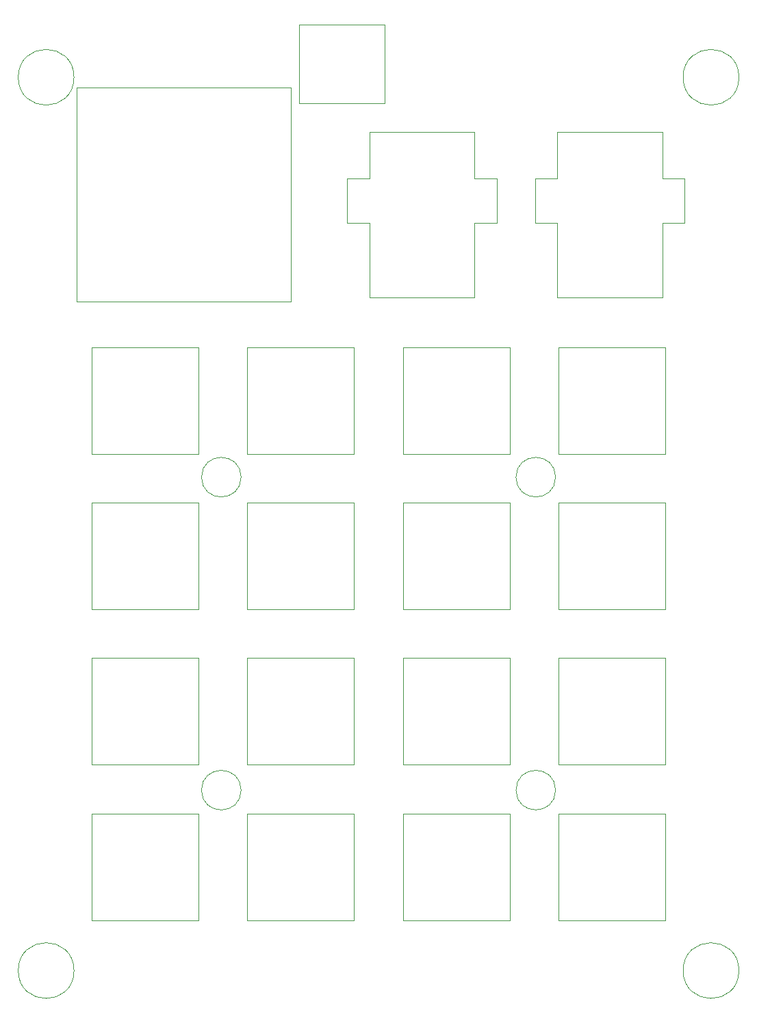
<source format=gbr>
%TF.GenerationSoftware,KiCad,Pcbnew,9.0.0*%
%TF.CreationDate,2025-06-12T19:16:51-06:00*%
%TF.ProjectId,final_macropad,66696e61-6c5f-46d6-9163-726f7061642e,rev?*%
%TF.SameCoordinates,Original*%
%TF.FileFunction,Other,User*%
%FSLAX46Y46*%
G04 Gerber Fmt 4.6, Leading zero omitted, Abs format (unit mm)*
G04 Created by KiCad (PCBNEW 9.0.0) date 2025-06-12 19:16:51*
%MOMM*%
%LPD*%
G01*
G04 APERTURE LIST*
%ADD10C,0.050000*%
%ADD11C,0.010000*%
G04 APERTURE END LIST*
D10*
%TO.C,H3*%
X36450000Y-140052944D02*
G75*
G02*
X29550000Y-140052944I-3450000J0D01*
G01*
X29550000Y-140052944D02*
G75*
G02*
X36450000Y-140052944I3450000J0D01*
G01*
%TO.C,S17*%
X93500000Y-47500000D02*
X93500000Y-42000000D01*
X93500000Y-47500000D02*
X96250000Y-47500000D01*
X96250000Y-36250000D02*
X109250000Y-36250000D01*
X96250000Y-42000000D02*
X93500000Y-42000000D01*
X96250000Y-42000000D02*
X96250000Y-36250000D01*
X96250000Y-56750000D02*
X96250000Y-47500000D01*
X109250000Y-36250000D02*
X109250000Y-42000000D01*
X109250000Y-42000000D02*
X112000000Y-42000000D01*
X109250000Y-47500000D02*
X109250000Y-56750000D01*
X109250000Y-56750000D02*
X96250000Y-56750000D01*
X112000000Y-42000000D02*
X112000000Y-47500000D01*
X112000000Y-47500000D02*
X109250000Y-47500000D01*
%TO.C,H4*%
X118700000Y-140052944D02*
G75*
G02*
X111800000Y-140052944I-3450000J0D01*
G01*
X111800000Y-140052944D02*
G75*
G02*
X118700000Y-140052944I3450000J0D01*
G01*
%TO.C,S3*%
X77150000Y-62860000D02*
X90350000Y-62860000D01*
X77150000Y-76060000D02*
X77150000Y-62860000D01*
X90350000Y-62860000D02*
X90350000Y-76060000D01*
X90350000Y-76060000D02*
X77150000Y-76060000D01*
%TO.C,S14*%
X57900000Y-120650000D02*
X71100000Y-120650000D01*
X57900000Y-133850000D02*
X57900000Y-120650000D01*
X71100000Y-120650000D02*
X71100000Y-133850000D01*
X71100000Y-133850000D02*
X57900000Y-133850000D01*
%TO.C,S6*%
X57900000Y-82110000D02*
X71100000Y-82110000D01*
X57900000Y-95310000D02*
X57900000Y-82110000D01*
X71100000Y-82110000D02*
X71100000Y-95310000D01*
X71100000Y-95310000D02*
X57900000Y-95310000D01*
%TO.C,H8*%
X96020000Y-117710000D02*
G75*
G02*
X91120000Y-117710000I-2450000J0D01*
G01*
X91120000Y-117710000D02*
G75*
G02*
X96020000Y-117710000I2450000J0D01*
G01*
%TO.C,H5*%
X57120000Y-78960000D02*
G75*
G02*
X52220000Y-78960000I-2450000J0D01*
G01*
X52220000Y-78960000D02*
G75*
G02*
X57120000Y-78960000I2450000J0D01*
G01*
%TO.C,S7*%
X77150000Y-82110000D02*
X90350000Y-82110000D01*
X77150000Y-95310000D02*
X77150000Y-82110000D01*
X90350000Y-82110000D02*
X90350000Y-95310000D01*
X90350000Y-95310000D02*
X77150000Y-95310000D01*
%TO.C,S4*%
X96400000Y-62860000D02*
X109600000Y-62860000D01*
X96400000Y-76060000D02*
X96400000Y-62860000D01*
X109600000Y-62860000D02*
X109600000Y-76060000D01*
X109600000Y-76060000D02*
X96400000Y-76060000D01*
%TO.C,S8*%
X96400000Y-82110000D02*
X109600000Y-82110000D01*
X96400000Y-95310000D02*
X96400000Y-82110000D01*
X109600000Y-82110000D02*
X109600000Y-95310000D01*
X109600000Y-95310000D02*
X96400000Y-95310000D01*
%TO.C,H1*%
X36450000Y-29447056D02*
G75*
G02*
X29550000Y-29447056I-3450000J0D01*
G01*
X29550000Y-29447056D02*
G75*
G02*
X36450000Y-29447056I3450000J0D01*
G01*
%TO.C,H6*%
X57120000Y-117710000D02*
G75*
G02*
X52220000Y-117710000I-2450000J0D01*
G01*
X52220000Y-117710000D02*
G75*
G02*
X57120000Y-117710000I2450000J0D01*
G01*
%TO.C,S5*%
X38650000Y-82110000D02*
X51850000Y-82110000D01*
X38650000Y-95310000D02*
X38650000Y-82110000D01*
X51850000Y-82110000D02*
X51850000Y-95310000D01*
X51850000Y-95310000D02*
X38650000Y-95310000D01*
%TO.C,S1*%
X38650000Y-62860000D02*
X51850000Y-62860000D01*
X38650000Y-76060000D02*
X38650000Y-62860000D01*
X51850000Y-62860000D02*
X51850000Y-76060000D01*
X51850000Y-76060000D02*
X38650000Y-76060000D01*
%TO.C,S10*%
X57900000Y-101360000D02*
X71100000Y-101360000D01*
X57900000Y-114560000D02*
X57900000Y-101360000D01*
X71100000Y-101360000D02*
X71100000Y-114560000D01*
X71100000Y-114560000D02*
X57900000Y-114560000D01*
%TO.C,H7*%
X96020000Y-78960000D02*
G75*
G02*
X91120000Y-78960000I-2450000J0D01*
G01*
X91120000Y-78960000D02*
G75*
G02*
X96020000Y-78960000I2450000J0D01*
G01*
%TO.C,H2*%
X118700000Y-29447056D02*
G75*
G02*
X111800000Y-29447056I-3450000J0D01*
G01*
X111800000Y-29447056D02*
G75*
G02*
X118700000Y-29447056I3450000J0D01*
G01*
%TO.C,S12*%
X96400000Y-101360000D02*
X109600000Y-101360000D01*
X96400000Y-114560000D02*
X96400000Y-101360000D01*
X109600000Y-101360000D02*
X109600000Y-114560000D01*
X109600000Y-114560000D02*
X96400000Y-114560000D01*
%TO.C,U3*%
X36750000Y-30750000D02*
X63250000Y-30750000D01*
X36750000Y-57250000D02*
X36750000Y-30750000D01*
X63250000Y-30750000D02*
X63250000Y-57250000D01*
X63250000Y-57250000D02*
X36750000Y-57250000D01*
%TO.C,S2*%
X57900000Y-62860000D02*
X71100000Y-62860000D01*
X57900000Y-76060000D02*
X57900000Y-62860000D01*
X71100000Y-62860000D02*
X71100000Y-76060000D01*
X71100000Y-76060000D02*
X57900000Y-76060000D01*
%TO.C,S9*%
X38650000Y-101360000D02*
X51850000Y-101360000D01*
X38650000Y-114560000D02*
X38650000Y-101360000D01*
X51850000Y-101360000D02*
X51850000Y-114560000D01*
X51850000Y-114560000D02*
X38650000Y-114560000D01*
D11*
%TO.C,J2*%
X64326000Y-22922000D02*
X64326000Y-32672000D01*
X64326000Y-32672000D02*
X74866000Y-32672000D01*
X74866000Y-22922000D02*
X64326000Y-22922000D01*
X74866000Y-32672000D02*
X74866000Y-22922000D01*
D10*
%TO.C,S15*%
X77150000Y-120650000D02*
X90350000Y-120650000D01*
X77150000Y-133850000D02*
X77150000Y-120650000D01*
X90350000Y-120650000D02*
X90350000Y-133850000D01*
X90350000Y-133850000D02*
X77150000Y-133850000D01*
%TO.C,S18*%
X70250000Y-47500000D02*
X70250000Y-42000000D01*
X70250000Y-47500000D02*
X73000000Y-47500000D01*
X73000000Y-36250000D02*
X86000000Y-36250000D01*
X73000000Y-42000000D02*
X70250000Y-42000000D01*
X73000000Y-42000000D02*
X73000000Y-36250000D01*
X73000000Y-56750000D02*
X73000000Y-47500000D01*
X86000000Y-36250000D02*
X86000000Y-42000000D01*
X86000000Y-42000000D02*
X88750000Y-42000000D01*
X86000000Y-47500000D02*
X86000000Y-56750000D01*
X86000000Y-56750000D02*
X73000000Y-56750000D01*
X88750000Y-42000000D02*
X88750000Y-47500000D01*
X88750000Y-47500000D02*
X86000000Y-47500000D01*
%TO.C,S16*%
X96400000Y-120650000D02*
X109600000Y-120650000D01*
X96400000Y-133850000D02*
X96400000Y-120650000D01*
X109600000Y-120650000D02*
X109600000Y-133850000D01*
X109600000Y-133850000D02*
X96400000Y-133850000D01*
%TO.C,S13*%
X38650000Y-120650000D02*
X51850000Y-120650000D01*
X38650000Y-133850000D02*
X38650000Y-120650000D01*
X51850000Y-120650000D02*
X51850000Y-133850000D01*
X51850000Y-133850000D02*
X38650000Y-133850000D01*
%TO.C,S11*%
X77150000Y-101360000D02*
X90350000Y-101360000D01*
X77150000Y-114560000D02*
X77150000Y-101360000D01*
X90350000Y-101360000D02*
X90350000Y-114560000D01*
X90350000Y-114560000D02*
X77150000Y-114560000D01*
%TD*%
M02*

</source>
